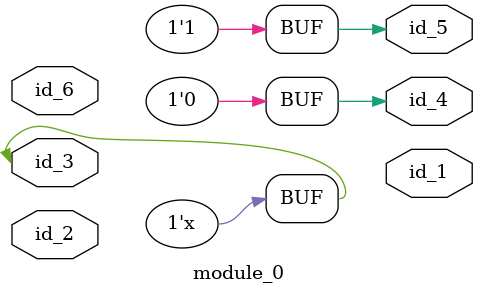
<source format=v>
`include ""
module module_0 (
    id_1,
    id_2,
    id_3,
    id_4,
    id_5,
    id_6
);
  inout id_6;
  output id_5;
  output id_4;
  inout id_3;
  inout id_2;
  output id_1;
  assign id_5 = 1;
  wire id_6, id_7;
  assign id_3 = id_6[1];
  assign id_4 = 1'h0 != 1 - 1;
endmodule

</source>
